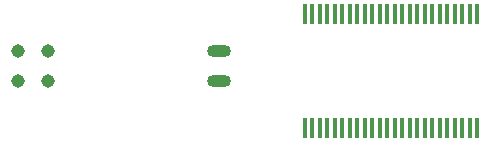
<source format=gbr>
%TF.GenerationSoftware,KiCad,Pcbnew,(6.0.1)*%
%TF.CreationDate,2022-02-21T12:46:14-05:00*%
%TF.ProjectId,InductorSchem,496e6475-6374-46f7-9253-6368656d2e6b,1*%
%TF.SameCoordinates,Original*%
%TF.FileFunction,Paste,Top*%
%TF.FilePolarity,Positive*%
%FSLAX46Y46*%
G04 Gerber Fmt 4.6, Leading zero omitted, Abs format (unit mm)*
G04 Created by KiCad (PCBNEW (6.0.1)) date 2022-02-21 12:46:14*
%MOMM*%
%LPD*%
G01*
G04 APERTURE LIST*
%ADD10O,2.032000X1.016000*%
%ADD11C,1.143000*%
%ADD12R,0.405600X1.715999*%
G04 APERTURE END LIST*
D10*
%TO.C,U1*%
X140382310Y-86258410D03*
X140382310Y-83708410D03*
D11*
X123378123Y-86259607D03*
X123378123Y-83719607D03*
X125918123Y-86259607D03*
X125918123Y-83719607D03*
%TD*%
D12*
%TO.C,U3*%
X147637500Y-90170000D03*
X148272500Y-90170000D03*
X148907500Y-90170000D03*
X149542500Y-90170000D03*
X150177500Y-90170000D03*
X150812500Y-90170000D03*
X151447500Y-90170000D03*
X152082500Y-90170000D03*
X152717500Y-90170000D03*
X153352500Y-90170000D03*
X153987500Y-90170000D03*
X154622500Y-90170000D03*
X155257500Y-90170000D03*
X155892500Y-90170000D03*
X156527500Y-90170000D03*
X157162500Y-90170000D03*
X157797500Y-90170000D03*
X158432500Y-90170000D03*
X159067500Y-90170000D03*
X159702500Y-90170000D03*
X160337500Y-90170000D03*
X160972500Y-90170000D03*
X161607500Y-90170000D03*
X162242500Y-90170000D03*
X162242500Y-80518000D03*
X161607500Y-80518000D03*
X160972500Y-80518000D03*
X160337500Y-80518000D03*
X159702500Y-80518000D03*
X159067500Y-80518000D03*
X158432500Y-80518000D03*
X157797500Y-80518000D03*
X157162500Y-80518000D03*
X156527500Y-80518000D03*
X155892500Y-80518000D03*
X155257500Y-80518000D03*
X154622500Y-80518000D03*
X153987500Y-80518000D03*
X153352500Y-80518000D03*
X152717500Y-80518000D03*
X152082500Y-80518000D03*
X151447500Y-80518000D03*
X150812500Y-80518000D03*
X150177500Y-80518000D03*
X149542500Y-80518000D03*
X148907500Y-80518000D03*
X148272500Y-80518000D03*
X147637500Y-80518000D03*
%TD*%
M02*

</source>
